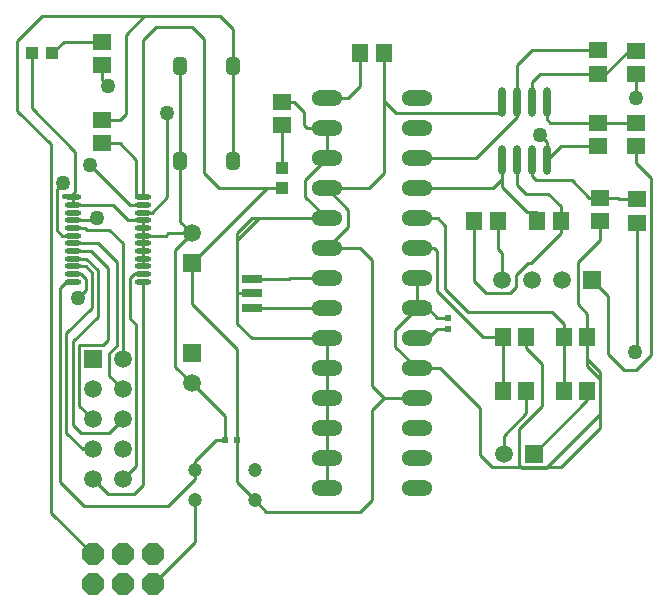
<source format=gtl>
G04*
G04 #@! TF.GenerationSoftware,Altium Limited,Altium Designer,19.1.8 (144)*
G04*
G04 Layer_Physical_Order=1*
G04 Layer_Color=255*
%FSLAX25Y25*%
%MOIN*%
G70*
G01*
G75*
%ADD12C,0.01000*%
%ADD25R,0.03937X0.03937*%
%ADD28R,0.03937X0.03937*%
%ADD39R,0.05512X0.05906*%
%ADD40R,0.05906X0.05512*%
%ADD41R,0.02362X0.01968*%
%ADD42R,0.01968X0.02362*%
G04:AMPARAMS|DCode=43|XSize=57mil|YSize=45mil|CornerRadius=11.25mil|HoleSize=0mil|Usage=FLASHONLY|Rotation=90.000|XOffset=0mil|YOffset=0mil|HoleType=Round|Shape=RoundedRectangle|*
%AMROUNDEDRECTD43*
21,1,0.05700,0.02250,0,0,90.0*
21,1,0.03450,0.04500,0,0,90.0*
1,1,0.02250,0.01125,0.01725*
1,1,0.02250,0.01125,-0.01725*
1,1,0.02250,-0.01125,-0.01725*
1,1,0.02250,-0.01125,0.01725*
%
%ADD43ROUNDEDRECTD43*%
%ADD44O,0.05512X0.01772*%
%ADD45R,0.06700X0.02800*%
%ADD46O,0.02756X0.09843*%
%ADD47O,0.10400X0.05200*%
%ADD48C,0.04724*%
%ADD49R,0.05906X0.05906*%
%ADD50C,0.05906*%
%ADD51P,0.08010X8X202.5*%
%ADD52R,0.05906X0.05906*%
%ADD53C,0.05000*%
D12*
X153937Y174163D02*
Y190000D01*
Y150000D02*
Y174163D01*
X158000Y170100D02*
X193500D01*
X115000Y145000D02*
X120000D01*
X99200D02*
X115000D01*
X73600Y142075D02*
Y194500D01*
Y142075D02*
X73614D01*
X71418D02*
X73600D01*
X71418D02*
Y154582D01*
X201800Y137100D02*
X205063D01*
X193500Y145400D02*
Y148000D01*
X221874Y88026D02*
Y95500D01*
Y85900D02*
Y88026D01*
X226200Y81574D02*
Y83700D01*
Y69900D02*
Y81574D01*
X208300Y52000D02*
X226200Y69900D01*
X208000Y51700D02*
X208300Y52000D01*
X226200Y65200D02*
Y69900D01*
X199700Y52000D02*
X200000Y51700D01*
X199000Y52700D02*
X199700Y52000D01*
X208300D02*
X213000D01*
X199700D02*
X208300D01*
X190000D02*
X199700D01*
X110000Y135000D02*
X112300D01*
X47150Y142075D02*
Y142883D01*
X105100Y127800D02*
Y130100D01*
Y110038D02*
Y127800D01*
Y99900D02*
Y110038D01*
X103858Y185787D02*
Y198000D01*
X74100Y202400D02*
X99458D01*
X40200D02*
X74100D01*
X73700Y46000D02*
Y113925D01*
X135000Y145000D02*
X142100Y137900D01*
Y132100D02*
Y137900D01*
X135000Y125000D02*
X142100Y132100D01*
X90000Y120000D02*
X115000Y145000D01*
X213209Y159063D02*
X225500D01*
X208500Y154354D02*
X213209Y159063D01*
X157900Y97900D02*
X165000Y105000D01*
X157900Y92100D02*
Y97900D01*
Y92100D02*
X165000Y85000D01*
X86181Y133819D02*
Y154252D01*
Y133819D02*
X90000Y130000D01*
X47283Y193937D02*
X60000D01*
X43346Y190000D02*
X47283Y193937D01*
X122738Y105000D02*
X135000D01*
X122500Y105238D02*
X122738Y105000D01*
X110000Y105238D02*
X122500D01*
X99458Y202400D02*
X103858Y198000D01*
X31900Y194100D02*
X40200Y202400D01*
X31900Y170929D02*
Y194100D01*
Y170929D02*
X43150Y159679D01*
Y36850D02*
Y159679D01*
Y36850D02*
X57000Y23000D01*
X50386Y121602D02*
X54870D01*
X58700Y117772D01*
Y102300D02*
Y117772D01*
X50500Y94100D02*
X58700Y102300D01*
X50500Y66000D02*
Y94100D01*
Y66000D02*
X53000Y63500D01*
X62500D01*
X67000Y68000D01*
X52000Y108600D02*
X54642Y111242D01*
Y114942D01*
X53100Y116484D02*
X54642Y114942D01*
X50386Y116484D02*
X53100D01*
X60000Y181000D02*
Y186063D01*
Y181000D02*
X62000Y179000D01*
X46870Y129280D02*
X50386D01*
X45150Y131000D02*
X46870Y129280D01*
X45150Y131000D02*
Y144850D01*
X47200Y146900D01*
X50386Y124161D02*
X56539D01*
X62100Y118600D01*
Y94453D02*
Y118600D01*
X60547Y92900D02*
X62100Y94453D01*
X52500Y92900D02*
X60547D01*
X52500Y72500D02*
Y92900D01*
Y72500D02*
X57000Y68000D01*
X56000Y152916D02*
X69400Y139516D01*
X73614D01*
X150000Y71000D02*
X154000Y75000D01*
X150000Y41200D02*
Y71000D01*
X146000Y37200D02*
X150000Y41200D01*
X114800Y37200D02*
X146000D01*
X111000Y41000D02*
X114800Y37200D01*
X104937Y61000D02*
Y91463D01*
X90000Y106400D02*
X104937Y91463D01*
X90000Y106400D02*
Y120000D01*
X203500Y191000D02*
X225500D01*
X198500Y186000D02*
X203500Y191000D01*
X198500Y173646D02*
Y186000D01*
X203500Y173646D02*
Y180626D01*
X206000Y183126D01*
X225500D01*
X84400Y85600D02*
X90000Y80000D01*
X84400Y85600D02*
Y124400D01*
X90000Y130000D01*
X101000Y61000D02*
Y69000D01*
X90000Y80000D02*
X101000Y69000D01*
X206000Y162900D02*
X208500Y160400D01*
Y154354D02*
Y160400D01*
X165000Y85000D02*
X172900D01*
X186000Y71900D01*
Y56000D02*
Y71900D01*
Y56000D02*
X190000Y52000D01*
X213000D02*
X226200Y65200D01*
X221874Y85900D02*
X226200Y81574D01*
X203500Y149000D02*
Y154354D01*
Y149000D02*
X204700Y147800D01*
X216637D01*
X222500Y141937D01*
X226000D01*
X238000Y175000D02*
Y183063D01*
X112300Y135000D02*
X135000D01*
X105100Y127800D02*
X112300Y135000D01*
X105100Y110038D02*
X110000D01*
X223500Y114500D02*
X228900Y109100D01*
Y89700D02*
Y109100D01*
Y89700D02*
X234000Y84600D01*
X238000D01*
X243000Y89600D01*
Y148600D01*
X238000Y153600D02*
X243000Y148600D01*
X238000Y153600D02*
Y159063D01*
X238500Y91300D02*
Y133626D01*
X237700Y90500D02*
X238500Y91300D01*
X205063Y134000D02*
Y137100D01*
X193500Y145400D02*
X201800Y137100D01*
X50386Y119043D02*
X54600D01*
X56700Y116943D01*
Y105300D02*
Y116943D01*
X48100Y96700D02*
X56700Y105300D01*
X48100Y63619D02*
Y96700D01*
Y63619D02*
X53719Y58000D01*
X57000D01*
X50386Y126720D02*
X58880D01*
X65000Y120600D01*
Y92500D02*
Y120600D01*
X62547Y90047D02*
X65000Y92500D01*
X62547Y82453D02*
Y90047D01*
Y82453D02*
X67000Y78000D01*
X91000Y48100D02*
Y51000D01*
X82100Y39200D02*
X91000Y48100D01*
X54000Y39200D02*
X82100D01*
X46100Y47100D02*
X54000Y39200D01*
X46100Y47100D02*
Y111925D01*
X48100Y113925D01*
X50386D01*
X36653Y171747D02*
Y190000D01*
Y171747D02*
X51200Y157200D01*
Y144000D02*
Y157200D01*
X50083Y142883D02*
X51200Y144000D01*
X47150Y142883D02*
X50083D01*
X47150Y142075D02*
X50386D01*
X67000Y88000D02*
Y126839D01*
X62539Y131300D02*
X67000Y126839D01*
X55039Y131300D02*
X62539D01*
X54500Y131839D02*
X55039Y131300D01*
X50386Y131839D02*
X54500D01*
X66000Y160000D02*
X71418Y154582D01*
X60000Y160000D02*
X66000D01*
X50386Y139516D02*
X63682D01*
X68800Y134398D01*
X73614D01*
X57598D02*
X58500Y135300D01*
X50386Y134398D02*
X57598D01*
X73614Y113925D02*
X73700D01*
X70700Y43000D02*
X73700Y46000D01*
X62000Y43000D02*
X70700D01*
X57000Y48000D02*
X62000Y43000D01*
X81900Y142000D02*
Y170000D01*
X76857Y136957D02*
X81900Y142000D01*
X73614Y136957D02*
X76857D01*
X67000Y48000D02*
X71500Y52500D01*
Y99591D01*
X69300Y101791D02*
X71500Y99591D01*
X69300Y101791D02*
Y115000D01*
X70784Y116484D01*
X73614D01*
X60000Y167874D02*
X66000D01*
X68000Y169874D01*
Y196300D01*
X74100Y202400D01*
X221874Y74374D02*
Y77500D01*
X204000Y56500D02*
X221874Y74374D01*
X194000Y56500D02*
Y62600D01*
X201500Y70100D01*
Y77500D01*
Y91700D02*
Y95500D01*
Y91700D02*
X206700Y86500D01*
Y72400D02*
Y86500D01*
X199000Y64700D02*
X206700Y72400D01*
X199000Y52700D02*
Y64700D01*
X200000Y51700D02*
X208000D01*
X221874Y88026D02*
X226200Y83700D01*
X154000Y75000D02*
X165000D01*
X150000Y79000D02*
X154000Y75000D01*
X150000Y79000D02*
Y121000D01*
X146000Y125000D02*
X150000Y121000D01*
X135000Y125000D02*
X146000D01*
X98000Y61000D02*
X101000D01*
X91000Y54000D02*
X98000Y61000D01*
X91000Y51000D02*
Y54000D01*
X165000Y125000D02*
X170900D01*
X171900Y124000D01*
Y110800D02*
Y124000D01*
Y110800D02*
X187200Y95500D01*
X193626D01*
X165000Y135000D02*
X172000D01*
X174500Y132500D01*
Y111400D02*
Y132500D01*
Y111400D02*
X182000Y103900D01*
X210000D01*
X214000Y99900D01*
Y95500D02*
Y99900D01*
X146063Y179063D02*
Y190000D01*
X142000Y175000D02*
X146063Y179063D01*
X135000Y175000D02*
X142000D01*
X198500Y146000D02*
Y154354D01*
Y146000D02*
X201300Y143200D01*
X208837D01*
X212937Y139100D01*
Y134000D02*
Y139100D01*
X120000Y173937D02*
X124000D01*
X127500Y170437D01*
Y166000D02*
Y170437D01*
Y166000D02*
X128500Y165000D01*
X135000D01*
X165000Y155000D02*
X184800D01*
X198500Y168700D01*
Y173646D01*
X91000Y27000D02*
Y41000D01*
X77000Y13000D02*
X91000Y27000D01*
X127900Y147900D02*
X135000Y155000D01*
X127900Y142100D02*
Y147900D01*
Y142100D02*
X135000Y135000D01*
X148937Y145000D02*
X153937Y150000D01*
X135000Y145000D02*
X148937D01*
X153937Y174163D02*
X158000Y170100D01*
X193500D02*
Y173646D01*
X208500Y168000D02*
Y173646D01*
Y168000D02*
X209563Y166937D01*
X225500D01*
X165000Y145000D02*
X190500D01*
X193500Y148000D01*
Y154354D01*
X104937Y47063D02*
X111000Y41000D01*
X104937Y47063D02*
Y61000D01*
X94200Y150000D02*
X99200Y145000D01*
X94200Y150000D02*
Y194700D01*
X90000Y198900D02*
X94200Y194700D01*
X78000Y198900D02*
X90000D01*
X73600Y194500D02*
X78000Y198900D01*
X122738Y115000D02*
X135000D01*
X122500Y114762D02*
X122738Y115000D01*
X110000Y114762D02*
X122500D01*
X105100Y130100D02*
X110000Y135000D01*
X105100Y99900D02*
X110000Y95000D01*
X135000D01*
X212937Y130000D02*
Y134000D01*
X203137Y120200D02*
X212937Y130000D01*
X202000Y120200D02*
X203137D01*
X198000Y116200D02*
X202000Y120200D01*
X198000Y112000D02*
Y116200D01*
X196000Y110000D02*
X198000Y112000D01*
X188063Y110000D02*
X196000D01*
X184063Y114000D02*
X188063Y110000D01*
X184063Y114000D02*
Y134000D01*
X191937Y124963D02*
Y134000D01*
Y124963D02*
X193500Y123400D01*
Y114500D02*
Y123400D01*
X193626Y77500D02*
Y95500D01*
X135000Y155000D02*
Y165000D01*
X226000Y127900D02*
Y134063D01*
X218600Y120500D02*
X226000Y127900D01*
X218600Y106574D02*
Y120500D01*
Y106574D02*
X221874Y103300D01*
Y95500D02*
Y103300D01*
X171731Y101969D02*
X175500D01*
X168700Y105000D02*
X171731Y101969D01*
X165000Y105000D02*
X168700D01*
X165000D02*
Y115000D01*
X135000Y85000D02*
Y95000D01*
Y75000D02*
Y85000D01*
Y65000D02*
Y75000D01*
Y55000D02*
Y65000D01*
Y45000D02*
Y55000D01*
X50386Y139516D02*
Y142075D01*
X86181Y154252D02*
Y185787D01*
X82120Y130000D02*
X90000D01*
X81400Y129280D02*
X82120Y130000D01*
X73614Y129280D02*
X81400D01*
X73614Y131839D02*
Y134398D01*
Y129280D02*
Y131839D01*
Y119043D02*
Y121602D01*
Y126720D02*
Y129280D01*
Y121602D02*
Y124161D01*
Y126720D01*
X171731Y98031D02*
X175500D01*
X168700Y95000D02*
X171731Y98031D01*
X165000Y95000D02*
X168700D01*
X120000Y151693D02*
Y166063D01*
X232437Y141500D02*
X238500D01*
X232000Y141937D02*
X232437Y141500D01*
X226000Y141937D02*
X232000D01*
X225500Y166937D02*
X238000D01*
X235611Y190937D02*
X238000D01*
X227800Y183126D02*
X235611Y190937D01*
X225500Y183126D02*
X227800D01*
X103858Y170000D02*
Y185787D01*
Y154252D02*
Y170000D01*
X214000Y77500D02*
Y95500D01*
D25*
X120000Y145000D02*
D03*
Y151693D02*
D03*
D28*
X43346Y190000D02*
D03*
X36653D02*
D03*
D39*
X184063Y134000D02*
D03*
X191937D02*
D03*
X214000Y77500D02*
D03*
X221874D02*
D03*
X193626D02*
D03*
X201500D02*
D03*
X221874Y95500D02*
D03*
X214000D02*
D03*
X201500D02*
D03*
X193626D02*
D03*
X153937Y190000D02*
D03*
X146063D02*
D03*
X205063Y134000D02*
D03*
X212937D02*
D03*
D40*
X238000Y166937D02*
D03*
Y159063D02*
D03*
X225500D02*
D03*
Y166937D02*
D03*
X226000Y141937D02*
D03*
Y134063D02*
D03*
X60000Y160000D02*
D03*
Y167874D02*
D03*
Y186063D02*
D03*
Y193937D02*
D03*
X120000Y166063D02*
D03*
Y173937D02*
D03*
X225500Y183126D02*
D03*
Y191000D02*
D03*
X238000Y183063D02*
D03*
Y190937D02*
D03*
X238500Y141500D02*
D03*
Y133626D02*
D03*
D41*
X104937Y61000D02*
D03*
X101000D02*
D03*
D42*
X175500Y98031D02*
D03*
Y101969D02*
D03*
D43*
X103858Y154252D02*
D03*
Y185787D02*
D03*
X86181Y154252D02*
D03*
Y185787D02*
D03*
D44*
X73614Y113925D02*
D03*
Y116484D02*
D03*
Y119043D02*
D03*
Y121602D02*
D03*
Y124161D02*
D03*
Y126720D02*
D03*
Y129280D02*
D03*
Y131839D02*
D03*
Y134398D02*
D03*
Y136957D02*
D03*
Y139516D02*
D03*
Y142075D02*
D03*
X50386Y113925D02*
D03*
Y116484D02*
D03*
Y119043D02*
D03*
Y121602D02*
D03*
Y124161D02*
D03*
Y126720D02*
D03*
Y129280D02*
D03*
Y131839D02*
D03*
Y134398D02*
D03*
Y136957D02*
D03*
Y139516D02*
D03*
Y142075D02*
D03*
D45*
X110000Y114762D02*
D03*
Y110038D02*
D03*
Y105238D02*
D03*
D46*
X208500Y173646D02*
D03*
X203500D02*
D03*
X198500D02*
D03*
X193500D02*
D03*
X208500Y154354D02*
D03*
X203500D02*
D03*
X198500D02*
D03*
X193500D02*
D03*
D47*
X135000Y175000D02*
D03*
Y165000D02*
D03*
Y155000D02*
D03*
Y145000D02*
D03*
Y135000D02*
D03*
Y125000D02*
D03*
Y115000D02*
D03*
Y105000D02*
D03*
Y95000D02*
D03*
Y85000D02*
D03*
Y75000D02*
D03*
Y65000D02*
D03*
Y55000D02*
D03*
Y45000D02*
D03*
X165000D02*
D03*
Y55000D02*
D03*
Y65000D02*
D03*
Y75000D02*
D03*
Y85000D02*
D03*
Y95000D02*
D03*
Y105000D02*
D03*
Y115000D02*
D03*
Y125000D02*
D03*
Y135000D02*
D03*
Y145000D02*
D03*
Y155000D02*
D03*
Y165000D02*
D03*
Y175000D02*
D03*
D48*
X111000Y41000D02*
D03*
Y51000D02*
D03*
X91000Y41000D02*
D03*
Y51000D02*
D03*
D49*
X90000Y90000D02*
D03*
Y120000D02*
D03*
X57000Y88000D02*
D03*
D50*
X90000Y80000D02*
D03*
Y130000D02*
D03*
X67000Y48000D02*
D03*
X57000D02*
D03*
X67000Y58000D02*
D03*
X57000D02*
D03*
X67000Y68000D02*
D03*
X57000D02*
D03*
X67000Y78000D02*
D03*
X57000D02*
D03*
X67000Y88000D02*
D03*
X193500Y114500D02*
D03*
X203500D02*
D03*
X213500D02*
D03*
X194000Y56500D02*
D03*
D51*
X77000Y23000D02*
D03*
Y13000D02*
D03*
X67000Y23000D02*
D03*
Y13000D02*
D03*
X57000Y23000D02*
D03*
Y13000D02*
D03*
D52*
X223500Y114500D02*
D03*
X204000Y56500D02*
D03*
D53*
X52000Y108600D02*
D03*
X62000Y179000D02*
D03*
X47200Y146900D02*
D03*
X56000Y152916D02*
D03*
X206000Y162900D02*
D03*
X238000Y175000D02*
D03*
X237700Y90500D02*
D03*
X58500Y135300D02*
D03*
X81900Y170000D02*
D03*
M02*

</source>
